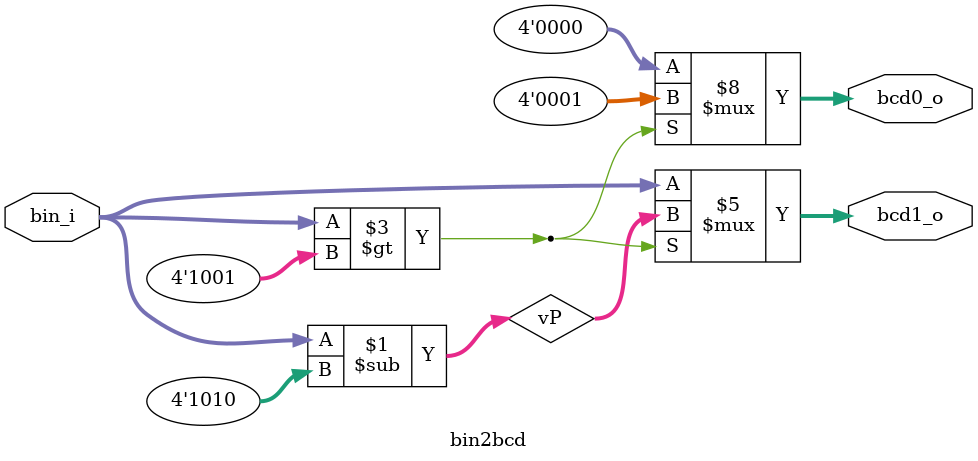
<source format=v>

module bin2bcd (
  input  [3:0] bin_i,    // 0 to 15
  output [3:0] bcd1_o,   // 0 or 1 (bin_i MS decimal digit)
  output [3:0] bcd0_o);  // 0 to 9 (bin_i LS decimal digit)

 wire[3:0]vP;
	assign vP = bin_i - 4'b1010;
	always @(*)
		begin
		if (bin_i > 4'b1001)
			begin
			bcd0_o = 1;
			bcd1_o = vP;
			end
		else
			begin
			bcd0_o = 0;
			bcd1_o = bin_i;
			end	
		end

endmodule

</source>
